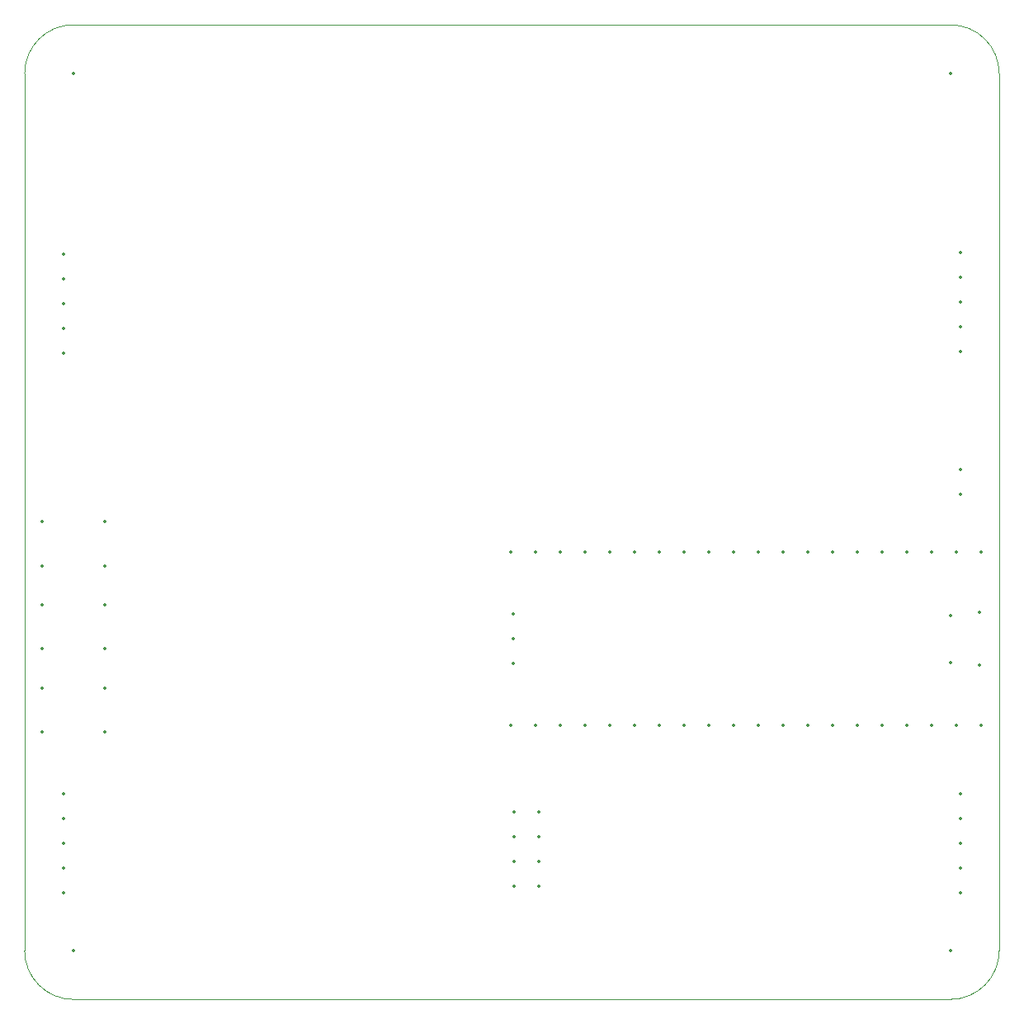
<source format=gm1>
%TF.GenerationSoftware,KiCad,Pcbnew,8.0.5*%
%TF.CreationDate,2025-02-14T12:54:28+01:00*%
%TF.ProjectId,main_board,6d61696e-5f62-46f6-9172-642e6b696361,rev?*%
%TF.SameCoordinates,Original*%
%TF.FileFunction,Profile,NP*%
%FSLAX46Y46*%
G04 Gerber Fmt 4.6, Leading zero omitted, Abs format (unit mm)*
G04 Created by KiCad (PCBNEW 8.0.5) date 2025-02-14 12:54:28*
%MOMM*%
%LPD*%
G01*
G04 APERTURE LIST*
%TA.AperFunction,Profile*%
%ADD10C,0.050000*%
%TD*%
%ADD11C,0.350000*%
G04 APERTURE END LIST*
D10*
X200000000Y-145000000D02*
G75*
G02*
X195000000Y-150000000I-5000000J0D01*
G01*
X100000000Y-145000000D02*
X100000000Y-55000000D01*
X200000000Y-55000000D02*
X200000000Y-145000000D01*
X195000000Y-50000000D02*
G75*
G02*
X200000000Y-55000000I0J-5000000D01*
G01*
X105000000Y-150000000D02*
G75*
G02*
X100000000Y-145000000I0J5000000D01*
G01*
X100000000Y-55000000D02*
G75*
G02*
X105000000Y-50000000I5000000J0D01*
G01*
X105000000Y-50000000D02*
X195000000Y-50000000D01*
X195000000Y-150000000D02*
X105000000Y-150000000D01*
D11*
X105000000Y-55000000D03*
X150210000Y-130750000D03*
X152750000Y-130750000D03*
X150210000Y-133290000D03*
X152750000Y-133290000D03*
X150210000Y-135830000D03*
X152750000Y-135830000D03*
X150210000Y-138370000D03*
X152750000Y-138370000D03*
X196000000Y-128920000D03*
X196000000Y-131460000D03*
X196000000Y-134000000D03*
X196000000Y-136540000D03*
X196000000Y-139080000D03*
X196000000Y-73380000D03*
X196000000Y-75920000D03*
X196000000Y-78460000D03*
X196000000Y-81000000D03*
X196000000Y-83540000D03*
X198000000Y-110275000D03*
X194970000Y-110575000D03*
X194970000Y-115425000D03*
X198000000Y-115725000D03*
X198130000Y-104110000D03*
X195590000Y-104110000D03*
X193050000Y-104110000D03*
X190510000Y-104110000D03*
X187970000Y-104110000D03*
X185430000Y-104110000D03*
X182890000Y-104110000D03*
X180350000Y-104110000D03*
X177810000Y-104110000D03*
X175270000Y-104110000D03*
X172730000Y-104110000D03*
X170190000Y-104110000D03*
X167650000Y-104110000D03*
X165110000Y-104110000D03*
X162570000Y-104110000D03*
X160030000Y-104110000D03*
X157490000Y-104110000D03*
X154950000Y-104110000D03*
X152410000Y-104110000D03*
X149870000Y-104110000D03*
X149870000Y-121890000D03*
X152410000Y-121890000D03*
X154950000Y-121890000D03*
X157490000Y-121890000D03*
X160030000Y-121890000D03*
X162570000Y-121890000D03*
X165110000Y-121890000D03*
X167650000Y-121890000D03*
X170190000Y-121890000D03*
X172730000Y-121890000D03*
X175270000Y-121890000D03*
X177810000Y-121890000D03*
X180350000Y-121890000D03*
X182890000Y-121890000D03*
X185430000Y-121890000D03*
X187970000Y-121890000D03*
X190510000Y-121890000D03*
X193050000Y-121890000D03*
X195590000Y-121890000D03*
X198130000Y-121890000D03*
X150100000Y-110460000D03*
X150100000Y-113000000D03*
X150100000Y-115540000D03*
X195000000Y-145000000D03*
X105000000Y-145000000D03*
X101750000Y-118050000D03*
X108250000Y-118050000D03*
X101750000Y-122550000D03*
X108250000Y-122550000D03*
X104000000Y-128920000D03*
X104000000Y-131460000D03*
X104000000Y-134000000D03*
X104000000Y-136540000D03*
X104000000Y-139080000D03*
X196000000Y-98140000D03*
X196000000Y-95600000D03*
X104000000Y-73500000D03*
X104000000Y-76040000D03*
X104000000Y-78580000D03*
X104000000Y-81120000D03*
X104000000Y-83660000D03*
X101750000Y-109500000D03*
X108250000Y-109500000D03*
X101750000Y-114000000D03*
X108250000Y-114000000D03*
X101750000Y-101000000D03*
X108250000Y-101000000D03*
X101750000Y-105500000D03*
X108250000Y-105500000D03*
X195000000Y-55000000D03*
M02*

</source>
